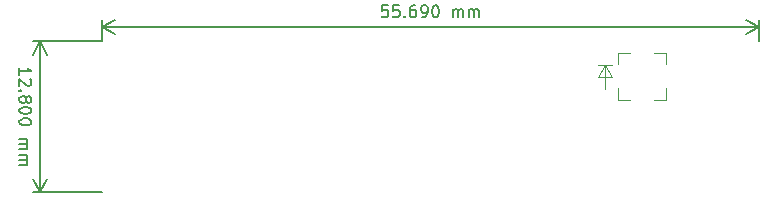
<source format=gbr>
%TF.GenerationSoftware,KiCad,Pcbnew,(5.1.9)-1*%
%TF.CreationDate,2021-03-03T23:02:33-08:00*%
%TF.ProjectId,SSD1326_I2C_breakout,53534431-3332-4365-9f49-32435f627265,0.1b*%
%TF.SameCoordinates,Original*%
%TF.FileFunction,OtherDrawing,Comment*%
%FSLAX46Y46*%
G04 Gerber Fmt 4.6, Leading zero omitted, Abs format (unit mm)*
G04 Created by KiCad (PCBNEW (5.1.9)-1) date 2021-03-03 23:02:33*
%MOMM*%
%LPD*%
G01*
G04 APERTURE LIST*
%ADD10C,0.150000*%
%ADD11C,0.120000*%
G04 APERTURE END LIST*
D10*
X93035952Y-24652380D02*
X92559761Y-24652380D01*
X92512142Y-25128571D01*
X92559761Y-25080952D01*
X92655000Y-25033333D01*
X92893095Y-25033333D01*
X92988333Y-25080952D01*
X93035952Y-25128571D01*
X93083571Y-25223809D01*
X93083571Y-25461904D01*
X93035952Y-25557142D01*
X92988333Y-25604761D01*
X92893095Y-25652380D01*
X92655000Y-25652380D01*
X92559761Y-25604761D01*
X92512142Y-25557142D01*
X93988333Y-24652380D02*
X93512142Y-24652380D01*
X93464523Y-25128571D01*
X93512142Y-25080952D01*
X93607380Y-25033333D01*
X93845476Y-25033333D01*
X93940714Y-25080952D01*
X93988333Y-25128571D01*
X94035952Y-25223809D01*
X94035952Y-25461904D01*
X93988333Y-25557142D01*
X93940714Y-25604761D01*
X93845476Y-25652380D01*
X93607380Y-25652380D01*
X93512142Y-25604761D01*
X93464523Y-25557142D01*
X94464523Y-25557142D02*
X94512142Y-25604761D01*
X94464523Y-25652380D01*
X94416904Y-25604761D01*
X94464523Y-25557142D01*
X94464523Y-25652380D01*
X95369285Y-24652380D02*
X95178809Y-24652380D01*
X95083571Y-24700000D01*
X95035952Y-24747619D01*
X94940714Y-24890476D01*
X94893095Y-25080952D01*
X94893095Y-25461904D01*
X94940714Y-25557142D01*
X94988333Y-25604761D01*
X95083571Y-25652380D01*
X95274047Y-25652380D01*
X95369285Y-25604761D01*
X95416904Y-25557142D01*
X95464523Y-25461904D01*
X95464523Y-25223809D01*
X95416904Y-25128571D01*
X95369285Y-25080952D01*
X95274047Y-25033333D01*
X95083571Y-25033333D01*
X94988333Y-25080952D01*
X94940714Y-25128571D01*
X94893095Y-25223809D01*
X95940714Y-25652380D02*
X96131190Y-25652380D01*
X96226428Y-25604761D01*
X96274047Y-25557142D01*
X96369285Y-25414285D01*
X96416904Y-25223809D01*
X96416904Y-24842857D01*
X96369285Y-24747619D01*
X96321666Y-24700000D01*
X96226428Y-24652380D01*
X96035952Y-24652380D01*
X95940714Y-24700000D01*
X95893095Y-24747619D01*
X95845476Y-24842857D01*
X95845476Y-25080952D01*
X95893095Y-25176190D01*
X95940714Y-25223809D01*
X96035952Y-25271428D01*
X96226428Y-25271428D01*
X96321666Y-25223809D01*
X96369285Y-25176190D01*
X96416904Y-25080952D01*
X97035952Y-24652380D02*
X97131190Y-24652380D01*
X97226428Y-24700000D01*
X97274047Y-24747619D01*
X97321666Y-24842857D01*
X97369285Y-25033333D01*
X97369285Y-25271428D01*
X97321666Y-25461904D01*
X97274047Y-25557142D01*
X97226428Y-25604761D01*
X97131190Y-25652380D01*
X97035952Y-25652380D01*
X96940714Y-25604761D01*
X96893095Y-25557142D01*
X96845476Y-25461904D01*
X96797857Y-25271428D01*
X96797857Y-25033333D01*
X96845476Y-24842857D01*
X96893095Y-24747619D01*
X96940714Y-24700000D01*
X97035952Y-24652380D01*
X98559761Y-25652380D02*
X98559761Y-24985714D01*
X98559761Y-25080952D02*
X98607380Y-25033333D01*
X98702619Y-24985714D01*
X98845476Y-24985714D01*
X98940714Y-25033333D01*
X98988333Y-25128571D01*
X98988333Y-25652380D01*
X98988333Y-25128571D02*
X99035952Y-25033333D01*
X99131190Y-24985714D01*
X99274047Y-24985714D01*
X99369285Y-25033333D01*
X99416904Y-25128571D01*
X99416904Y-25652380D01*
X99893095Y-25652380D02*
X99893095Y-24985714D01*
X99893095Y-25080952D02*
X99940714Y-25033333D01*
X100035952Y-24985714D01*
X100178809Y-24985714D01*
X100274047Y-25033333D01*
X100321666Y-25128571D01*
X100321666Y-25652380D01*
X100321666Y-25128571D02*
X100369285Y-25033333D01*
X100464523Y-24985714D01*
X100607380Y-24985714D01*
X100702619Y-25033333D01*
X100750238Y-25128571D01*
X100750238Y-25652380D01*
X68810000Y-26500000D02*
X124500000Y-26500000D01*
X68810000Y-27690000D02*
X68810000Y-25913579D01*
X124500000Y-27690000D02*
X124500000Y-25913579D01*
X124500000Y-26500000D02*
X123373496Y-27086421D01*
X124500000Y-26500000D02*
X123373496Y-25913579D01*
X68810000Y-26500000D02*
X69936504Y-27086421D01*
X68810000Y-26500000D02*
X69936504Y-25913579D01*
X61847619Y-30518571D02*
X61847619Y-29947142D01*
X61847619Y-30232857D02*
X62847619Y-30232857D01*
X62704761Y-30137619D01*
X62609523Y-30042380D01*
X62561904Y-29947142D01*
X62752380Y-30899523D02*
X62800000Y-30947142D01*
X62847619Y-31042380D01*
X62847619Y-31280476D01*
X62800000Y-31375714D01*
X62752380Y-31423333D01*
X62657142Y-31470952D01*
X62561904Y-31470952D01*
X62419047Y-31423333D01*
X61847619Y-30851904D01*
X61847619Y-31470952D01*
X61942857Y-31899523D02*
X61895238Y-31947142D01*
X61847619Y-31899523D01*
X61895238Y-31851904D01*
X61942857Y-31899523D01*
X61847619Y-31899523D01*
X62419047Y-32518571D02*
X62466666Y-32423333D01*
X62514285Y-32375714D01*
X62609523Y-32328095D01*
X62657142Y-32328095D01*
X62752380Y-32375714D01*
X62800000Y-32423333D01*
X62847619Y-32518571D01*
X62847619Y-32709047D01*
X62800000Y-32804285D01*
X62752380Y-32851904D01*
X62657142Y-32899523D01*
X62609523Y-32899523D01*
X62514285Y-32851904D01*
X62466666Y-32804285D01*
X62419047Y-32709047D01*
X62419047Y-32518571D01*
X62371428Y-32423333D01*
X62323809Y-32375714D01*
X62228571Y-32328095D01*
X62038095Y-32328095D01*
X61942857Y-32375714D01*
X61895238Y-32423333D01*
X61847619Y-32518571D01*
X61847619Y-32709047D01*
X61895238Y-32804285D01*
X61942857Y-32851904D01*
X62038095Y-32899523D01*
X62228571Y-32899523D01*
X62323809Y-32851904D01*
X62371428Y-32804285D01*
X62419047Y-32709047D01*
X62847619Y-33518571D02*
X62847619Y-33613809D01*
X62800000Y-33709047D01*
X62752380Y-33756666D01*
X62657142Y-33804285D01*
X62466666Y-33851904D01*
X62228571Y-33851904D01*
X62038095Y-33804285D01*
X61942857Y-33756666D01*
X61895238Y-33709047D01*
X61847619Y-33613809D01*
X61847619Y-33518571D01*
X61895238Y-33423333D01*
X61942857Y-33375714D01*
X62038095Y-33328095D01*
X62228571Y-33280476D01*
X62466666Y-33280476D01*
X62657142Y-33328095D01*
X62752380Y-33375714D01*
X62800000Y-33423333D01*
X62847619Y-33518571D01*
X62847619Y-34470952D02*
X62847619Y-34566190D01*
X62800000Y-34661428D01*
X62752380Y-34709047D01*
X62657142Y-34756666D01*
X62466666Y-34804285D01*
X62228571Y-34804285D01*
X62038095Y-34756666D01*
X61942857Y-34709047D01*
X61895238Y-34661428D01*
X61847619Y-34566190D01*
X61847619Y-34470952D01*
X61895238Y-34375714D01*
X61942857Y-34328095D01*
X62038095Y-34280476D01*
X62228571Y-34232857D01*
X62466666Y-34232857D01*
X62657142Y-34280476D01*
X62752380Y-34328095D01*
X62800000Y-34375714D01*
X62847619Y-34470952D01*
X61847619Y-35994761D02*
X62514285Y-35994761D01*
X62419047Y-35994761D02*
X62466666Y-36042380D01*
X62514285Y-36137619D01*
X62514285Y-36280476D01*
X62466666Y-36375714D01*
X62371428Y-36423333D01*
X61847619Y-36423333D01*
X62371428Y-36423333D02*
X62466666Y-36470952D01*
X62514285Y-36566190D01*
X62514285Y-36709047D01*
X62466666Y-36804285D01*
X62371428Y-36851904D01*
X61847619Y-36851904D01*
X61847619Y-37328095D02*
X62514285Y-37328095D01*
X62419047Y-37328095D02*
X62466666Y-37375714D01*
X62514285Y-37470952D01*
X62514285Y-37613809D01*
X62466666Y-37709047D01*
X62371428Y-37756666D01*
X61847619Y-37756666D01*
X62371428Y-37756666D02*
X62466666Y-37804285D01*
X62514285Y-37899523D01*
X62514285Y-38042380D01*
X62466666Y-38137619D01*
X62371428Y-38185238D01*
X61847619Y-38185238D01*
X63600000Y-27690000D02*
X63600000Y-40490000D01*
X68810000Y-27690000D02*
X63013579Y-27690000D01*
X68810000Y-40490000D02*
X63013579Y-40490000D01*
X63600000Y-40490000D02*
X63013579Y-39363496D01*
X63600000Y-40490000D02*
X64186421Y-39363496D01*
X63600000Y-27690000D02*
X63013579Y-28816504D01*
X63600000Y-27690000D02*
X64186421Y-28816504D01*
D11*
%TO.C,D1*%
X110800000Y-29725000D02*
X112000000Y-29725000D01*
X111400000Y-29725000D02*
X110800000Y-30725000D01*
X110800000Y-30725000D02*
X112000000Y-30725000D01*
X112000000Y-30725000D02*
X111400000Y-29725000D01*
X111400000Y-29725000D02*
X111400000Y-30725000D01*
X111400000Y-30725000D02*
X111400000Y-31725000D01*
%TO.C,L1*%
X113550000Y-32650000D02*
X112550000Y-32650000D01*
X112550000Y-32650000D02*
X112550000Y-31650000D01*
X112550000Y-29650000D02*
X112550000Y-28650000D01*
X112550000Y-28650000D02*
X113550000Y-28650000D01*
X115550000Y-28650000D02*
X116550000Y-28650000D01*
X116550000Y-28650000D02*
X116550000Y-29650000D01*
X116550000Y-31650000D02*
X116550000Y-32650000D01*
X116550000Y-32650000D02*
X115550000Y-32650000D01*
%TD*%
M02*

</source>
